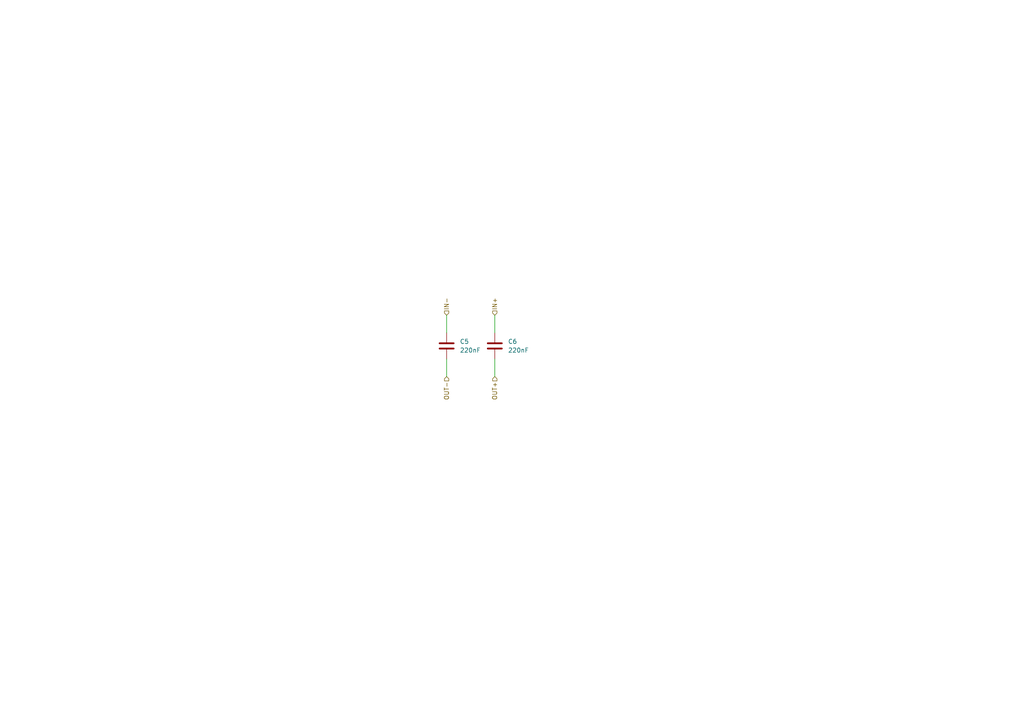
<source format=kicad_sch>
(kicad_sch (version 20250114) (generator "eeschema") (generator_version "9.0")
  (paper "A4")
  (lib_symbols
    (symbol "Device:C" (pin_numbers (hide yes)) (pin_names (offset 0.254))
      (property "Reference" "C" (at 0.635 2.54 0))
      (property "Value" "C" (at 0.635 -2.54 0))
      (symbol "C_0_1"
        (polyline (pts (xy -2.032 0.762) (xy 2.032 0.762)) (stroke (width 0.508)))
        (polyline (pts (xy -2.032 -0.762) (xy 2.032 -0.762)) (stroke (width 0.508)))
      )
      (symbol "C_1_1"
        (pin passive line (at 0 3.81 270) (length 2.794) (name "~") (number "1"))
        (pin passive line (at 0 -3.81 90) (length 2.794) (name "~") (number "2"))
      )
    )
  )
  (wire (pts (xy 129.54 104.14) (xy 129.54 109.22)))
  (wire (pts (xy 143.51 91.44) (xy 143.51 96.52)))
  (wire (pts (xy 143.51 104.14) (xy 143.51 109.22)))
  (wire (pts (xy 129.54 91.44) (xy 129.54 96.52)))
  (hierarchical_label "IN-" (shape input) (at 129.54 91.44 90))
  (hierarchical_label "IN+" (shape input) (at 143.51 91.44 90))
  (hierarchical_label "OUT+" (shape input) (at 143.51 109.22 270))
  (hierarchical_label "OUT-" (shape input) (at 129.54 109.22 270))
  (symbol (lib_id "Device:C") (at 129.54 100.33 0) (unit 1)
    (property "Reference" "C7" (at 133.35 99.0599 0) (effects (justify left)))
    (property "Value" "220nF" (at 133.35 101.5999 0) (effects (justify left)))
    (property "Footprint" "Capacitor_SMD:C_0201_0603Metric" (effects (hide yes)))
    (property "Description" "Unpolarized capacitor" (effects (hide yes)))
    (instances (project "M.2 M key 3042" (path "" (reference "C5") (unit 1)) (path "" (reference "C1") (unit 1)) (path "" (reference "C7") (unit 1)) (path "" (reference "C3") (unit 1))))
  )
  (symbol (lib_id "Device:C") (at 143.51 100.33 0) (unit 1)
    (property "Reference" "C8" (at 147.32 99.0599 0) (effects (justify left)))
    (property "Value" "220nF" (at 147.32 101.5999 0) (effects (justify left)))
    (property "Footprint" "Capacitor_SMD:C_0201_0603Metric" (effects (hide yes)))
    (property "Description" "Unpolarized capacitor" (effects (hide yes)))
    (instances (project "M.2 M key 3042" (path "" (reference "C6") (unit 1)) (path "" (reference "C2") (unit 1)) (path "" (reference "C8") (unit 1)) (path "" (reference "C4") (unit 1))))
  )
)
</source>
